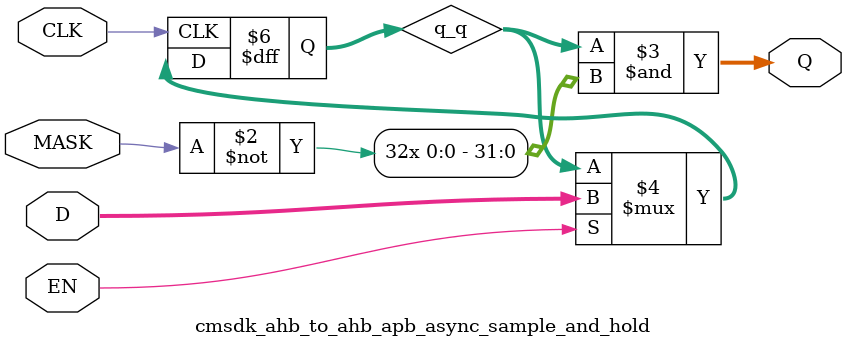
<source format=v>


//-----------------------------------------------------------------------------
// CDC sample and hold
//-----------------------------------------------------------------------------

// Cell implementing a D-type enabled flop with guaranteed electrically stable
// output when clocked but not enabled (i.e. an actual implementation may want
// to use a clock gate feeding a D-type here) followed by a hard AND gate
// guaranteed to produce a stable logic zero as long as at least one of its
// inputs is a stable logic zero.

module cmsdk_ahb_to_ahb_apb_async_sample_and_hold #(
      parameter WIDTH = 32
   ) (
      input  wire             CLK,
      input  wire             EN,
      input  wire             MASK,
      input  wire [WIDTH-1:0] D,
      output wire [WIDTH-1:0] Q
   );

   // --------
   // Clock enabled D-type register.

   reg [WIDTH-1:0] q_q;

   always @(posedge CLK)
      if(EN)
         q_q <= D;

   // --------
   // Mask with hard AND gate.

   assign Q = q_q & {WIDTH{~MASK}};

endmodule

// ----------------------------------------------------------------------------
// EOF
// ----------------------------------------------------------------------------

</source>
